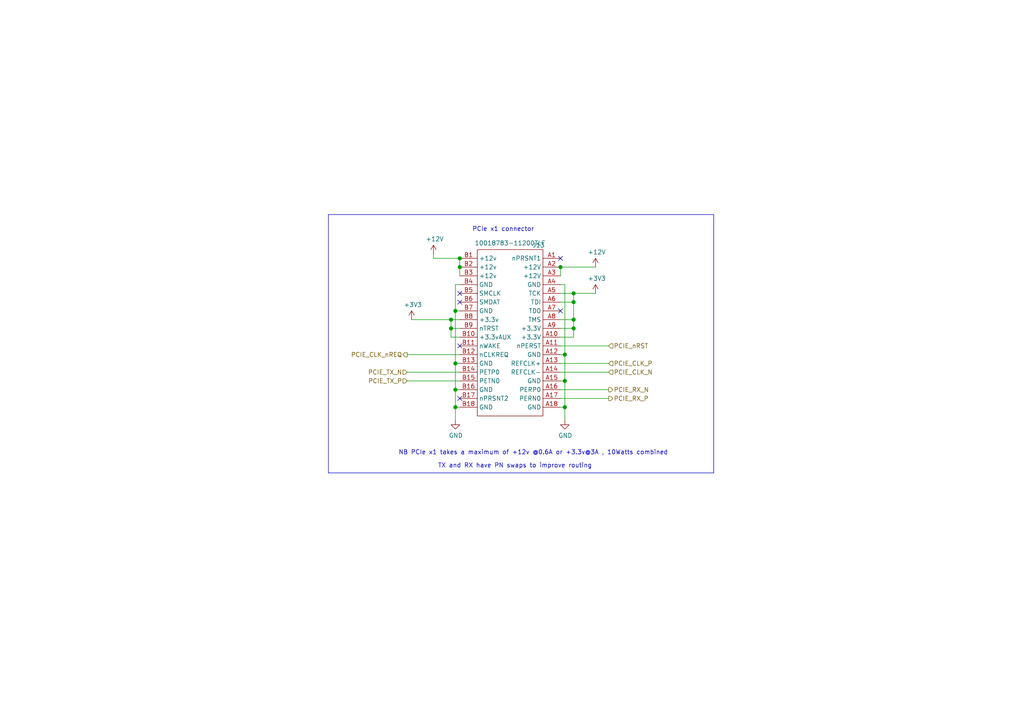
<source format=kicad_sch>
(kicad_sch (version 20210126) (generator eeschema)
  (paper "A4")
  (lib_symbols
    (symbol "CM4IO:PCIe-x1"
      (property "Reference" "J" (at -13.97 36.83 0))
      (property "Value" "PCIe-x1" (at -5.08 -13.97 0))
      (symbol "PCIe-x1_0_0"
        (pin passive line (at 10.16 33.02 180) (length 5.08) (name "nPRSNT1") (number "A1"))
        (pin power_in line (at 10.16 10.16 180) (length 5.08) (name "+3.3V") (number "A10"))
        (pin input line (at 10.16 7.62 180) (length 5.08) (name "nPERST") (number "A11"))
        (pin power_in line (at 10.16 5.08 180) (length 5.08) (name "GND") (number "A12"))
        (pin input line (at 10.16 2.54 180) (length 5.08) (name "REFCLK+") (number "A13"))
        (pin input line (at 10.16 0 180) (length 5.08) (name "REFCLK-") (number "A14"))
        (pin power_in line (at 10.16 -2.54 180) (length 5.08) (name "GND") (number "A15"))
        (pin output line (at 10.16 -5.08 180) (length 5.08) (name "PERP0") (number "A16"))
        (pin output line (at 10.16 -7.62 180) (length 5.08) (name "PERN0") (number "A17"))
        (pin power_in line (at 10.16 -10.16 180) (length 5.08) (name "GND") (number "A18"))
        (pin power_in line (at 10.16 30.48 180) (length 5.08) (name "+12V") (number "A2"))
        (pin power_in line (at 10.16 27.94 180) (length 5.08) (name "+12V") (number "A3"))
        (pin power_in line (at 10.16 25.4 180) (length 5.08) (name "GND") (number "A4"))
        (pin input line (at 10.16 22.86 180) (length 5.08) (name "TCK") (number "A5"))
        (pin input line (at 10.16 20.32 180) (length 5.08) (name "TDI") (number "A6"))
        (pin output line (at 10.16 17.78 180) (length 5.08) (name "TD0") (number "A7"))
        (pin input line (at 10.16 15.24 180) (length 5.08) (name "TMS") (number "A8"))
        (pin power_in line (at 10.16 12.7 180) (length 5.08) (name "+3.3V") (number "A9"))
        (pin power_in line (at -19.05 33.02 0) (length 5.08) (name "+12v") (number "B1"))
        (pin power_in line (at -19.05 10.16 0) (length 5.08) (name "+3.3vAUX") (number "B10"))
        (pin open_collector line (at -19.05 7.62 0) (length 5.08) (name "nWAKE") (number "B11"))
        (pin open_collector line (at -19.05 5.08 0) (length 5.08) (name "nCLKREQ") (number "B12"))
        (pin power_in line (at -19.05 2.54 0) (length 5.08) (name "GND") (number "B13"))
        (pin input line (at -19.05 0 0) (length 5.08) (name "PETP0") (number "B14"))
        (pin input line (at -19.05 -2.54 0) (length 5.08) (name "PETN0") (number "B15"))
        (pin power_in line (at -19.05 -5.08 0) (length 5.08) (name "GND") (number "B16"))
        (pin passive line (at -19.05 -7.62 0) (length 5.08) (name "nPRSNT2") (number "B17"))
        (pin power_in line (at -19.05 -10.16 0) (length 5.08) (name "GND") (number "B18"))
        (pin power_in line (at -19.05 30.48 0) (length 5.08) (name "+12v") (number "B2"))
        (pin power_in line (at -19.05 27.94 0) (length 5.08) (name "+12v") (number "B3"))
        (pin power_in line (at -19.05 25.4 0) (length 5.08) (name "GND") (number "B4"))
        (pin passive line (at -19.05 22.86 0) (length 5.08) (name "SMCLK") (number "B5"))
        (pin passive line (at -19.05 20.32 0) (length 5.08) (name "SMDAT") (number "B6"))
        (pin power_in line (at -19.05 17.78 0) (length 5.08) (name "GND") (number "B7"))
        (pin power_in line (at -19.05 15.24 0) (length 5.08) (name "+3.3v") (number "B8"))
        (pin input line (at -19.05 12.7 0) (length 5.08) (name "nTRST") (number "B9"))
      )
      (symbol "PCIe-x1_0_1"
        (rectangle (start -13.97 35.56) (end 5.08 -12.7))
      )
    )
    (symbol "power:+12V" (power) (pin_names (offset 0))
      (property "Value" "+12V" (at 0 3.556 0))
      (symbol "+12V_0_1"
        (polyline (pts (xy -0.762 1.27) (xy 0 2.54)))
        (polyline (pts (xy 0 0) (xy 0 2.54)))
        (polyline (pts (xy 0 2.54) (xy 0.762 1.27)))
      )
      (symbol "+12V_1_1"
        (pin power_in line (at 0 0 90) (length 0) hide (name "+12V") (number "1"))
      )
    )
    (symbol "power:+3V3" (power) (pin_names (offset 0))
      (property "Value" "+3V3" (at 0 3.556 0))
      (symbol "+3V3_0_1"
        (polyline (pts (xy -0.762 1.27) (xy 0 2.54)))
        (polyline (pts (xy 0 0) (xy 0 2.54)))
        (polyline (pts (xy 0 2.54) (xy 0.762 1.27)))
      )
      (symbol "+3V3_1_1"
        (pin power_in line (at 0 0 90) (length 0) hide (name "+3V3") (number "1"))
      )
    )
    (symbol "power:GND" (power) (pin_names (offset 0))
      (property "Value" "GND" (at 0 -3.81 0))
      (symbol "GND_0_1"
        (polyline (pts (xy 0 0) (xy 0 -1.27) (xy 1.27 -1.27) (xy 0 -2.54) (xy -1.27 -1.27) (xy 0 -1.27)))
      )
      (symbol "GND_1_1"
        (pin power_in line (at 0 0 270) (length 0) hide (name "GND") (number "1"))
      )
    )
  )
  (junction (at 130.81 92.71) (diameter 1.016))
  (junction (at 130.81 95.25) (diameter 1.016))
  (junction (at 132.08 90.17) (diameter 1.016))
  (junction (at 132.08 105.41) (diameter 1.016))
  (junction (at 132.08 113.03) (diameter 1.016))
  (junction (at 132.08 118.11) (diameter 1.016))
  (junction (at 133.35 74.93) (diameter 1.016))
  (junction (at 133.35 77.47) (diameter 1.016))
  (junction (at 162.56 77.47) (diameter 1.016))
  (junction (at 163.83 102.87) (diameter 1.016))
  (junction (at 163.83 110.49) (diameter 1.016))
  (junction (at 163.83 118.11) (diameter 1.016))
  (junction (at 166.37 85.09) (diameter 1.016))
  (junction (at 166.37 87.63) (diameter 1.016))
  (junction (at 166.37 92.71) (diameter 1.016))
  (junction (at 166.37 95.25) (diameter 1.016))
  (no_connect (at 133.35 85.09))
  (no_connect (at 133.35 87.63))
  (no_connect (at 133.35 100.33))
  (no_connect (at 133.35 115.57))
  (no_connect (at 162.56 74.93))
  (no_connect (at 162.56 90.17))
  (wire (pts (xy 119.38 92.71) (xy 130.81 92.71)))
  (wire (pts (xy 125.73 73.66) (xy 125.73 74.93)))
  (wire (pts (xy 125.73 74.93) (xy 133.35 74.93)))
  (wire (pts (xy 130.81 92.71) (xy 130.81 95.25)))
  (wire (pts (xy 130.81 92.71) (xy 133.35 92.71)))
  (wire (pts (xy 130.81 95.25) (xy 130.81 97.79)))
  (wire (pts (xy 130.81 95.25) (xy 133.35 95.25)))
  (wire (pts (xy 130.81 97.79) (xy 133.35 97.79)))
  (wire (pts (xy 132.08 82.55) (xy 132.08 90.17)))
  (wire (pts (xy 132.08 90.17) (xy 132.08 105.41)))
  (wire (pts (xy 132.08 105.41) (xy 132.08 113.03)))
  (wire (pts (xy 132.08 113.03) (xy 132.08 118.11)))
  (wire (pts (xy 132.08 118.11) (xy 132.08 121.92)))
  (wire (pts (xy 132.08 118.11) (xy 133.35 118.11)))
  (wire (pts (xy 133.35 77.47) (xy 133.35 74.93)))
  (wire (pts (xy 133.35 80.01) (xy 133.35 77.47)))
  (wire (pts (xy 133.35 82.55) (xy 132.08 82.55)))
  (wire (pts (xy 133.35 90.17) (xy 132.08 90.17)))
  (wire (pts (xy 133.35 102.87) (xy 118.11 102.87)))
  (wire (pts (xy 133.35 105.41) (xy 132.08 105.41)))
  (wire (pts (xy 133.35 107.95) (xy 118.11 107.95)))
  (wire (pts (xy 133.35 110.49) (xy 118.11 110.49)))
  (wire (pts (xy 133.35 113.03) (xy 132.08 113.03)))
  (wire (pts (xy 162.56 77.47) (xy 172.72 77.47)))
  (wire (pts (xy 162.56 80.01) (xy 162.56 77.47)))
  (wire (pts (xy 162.56 82.55) (xy 163.83 82.55)))
  (wire (pts (xy 162.56 85.09) (xy 166.37 85.09)))
  (wire (pts (xy 162.56 87.63) (xy 166.37 87.63)))
  (wire (pts (xy 162.56 92.71) (xy 166.37 92.71)))
  (wire (pts (xy 162.56 95.25) (xy 166.37 95.25)))
  (wire (pts (xy 162.56 97.79) (xy 166.37 97.79)))
  (wire (pts (xy 162.56 100.33) (xy 176.53 100.33)))
  (wire (pts (xy 162.56 102.87) (xy 163.83 102.87)))
  (wire (pts (xy 162.56 105.41) (xy 176.53 105.41)))
  (wire (pts (xy 162.56 107.95) (xy 176.53 107.95)))
  (wire (pts (xy 162.56 110.49) (xy 163.83 110.49)))
  (wire (pts (xy 162.56 113.03) (xy 176.53 113.03)))
  (wire (pts (xy 162.56 115.57) (xy 176.53 115.57)))
  (wire (pts (xy 163.83 82.55) (xy 163.83 102.87)))
  (wire (pts (xy 163.83 102.87) (xy 163.83 110.49)))
  (wire (pts (xy 163.83 110.49) (xy 163.83 118.11)))
  (wire (pts (xy 163.83 118.11) (xy 162.56 118.11)))
  (wire (pts (xy 163.83 118.11) (xy 163.83 121.92)))
  (wire (pts (xy 166.37 85.09) (xy 166.37 87.63)))
  (wire (pts (xy 166.37 85.09) (xy 172.72 85.09)))
  (wire (pts (xy 166.37 87.63) (xy 166.37 92.71)))
  (wire (pts (xy 166.37 92.71) (xy 166.37 95.25)))
  (wire (pts (xy 166.37 97.79) (xy 166.37 95.25)))
  (polyline (pts (xy 95.25 62.23) (xy 207.01 62.23)) (stroke (width 0) (type solid)))
  (polyline (pts (xy 95.25 137.16) (xy 95.25 62.23)) (stroke (width 0) (type solid)))
  (polyline (pts (xy 207.01 62.23) (xy 207.01 137.16)) (stroke (width 0) (type solid)))
  (polyline (pts (xy 207.01 137.16) (xy 95.25 137.16)) (stroke (width 0) (type solid)))
  (text "NB PCIe x1 takes a maximum of +12v @0.6A or +3.3v@3A , 10Watts combined" (at 115.57 132.08 0) (effects (font (size 1.27 1.27)) (justify left bottom)))
  (text "TX and RX have PN swaps to improve routing\n" (at 127 135.89 0) (effects (font (size 1.27 1.27)) (justify left bottom)))
  (text "PCIe x1 connector" (at 154.94 67.31 180) (effects (font (size 1.27 1.27)) (justify right bottom)))
  (hierarchical_label "PCIE_CLK_nREQ" (shape output) (at 118.11 102.87 180))
  (hierarchical_label "PCIE_TX_N" (shape input) (at 118.11 107.95 180))
  (hierarchical_label "PCIE_TX_P" (shape input) (at 118.11 110.49 180))
  (hierarchical_label "PCIE_nRST" (shape input) (at 176.53 100.33 0))
  (hierarchical_label "PCIE_CLK_P" (shape input) (at 176.53 105.41 0))
  (hierarchical_label "PCIE_CLK_N" (shape input) (at 176.53 107.95 0))
  (hierarchical_label "PCIE_RX_N" (shape output) (at 176.53 113.03 0))
  (hierarchical_label "PCIE_RX_P" (shape output) (at 176.53 115.57 0))
  (symbol (lib_id "power:+3V3") (at 119.38 92.71 0) (unit 1)
    (property "Reference" "#PWR057" (effects hide))
    (property "Value" "+3V3" (at 119.7483 88.3856 0))
  )
  (symbol (lib_id "power:+12V") (at 125.73 73.66 0) (unit 1)
    (property "Reference" "#PWR042" (effects hide))
    (property "Value" "+12V" (at 126.0983 69.3356 0))
  )
  (symbol (lib_id "power:+12V") (at 172.72 77.47 0) (unit 1)
    (property "Reference" "#PWR045" (effects hide))
    (property "Value" "+12V" (at 173.0883 73.1456 0))
  )
  (symbol (lib_id "power:+3V3") (at 172.72 85.09 0) (unit 1)
    (property "Reference" "#PWR058" (effects hide))
    (property "Value" "+3V3" (at 173.0883 80.7656 0))
  )
  (symbol (lib_id "power:GND") (at 132.08 121.92 0) (unit 1)
    (property "Reference" "#PWR043" (effects hide))
    (property "Value" "GND" (at 132.207 126.3142 0))
  )
  (symbol (lib_id "power:GND") (at 163.83 121.92 0) (unit 1)
    (property "Reference" "#PWR044" (effects hide))
    (property "Value" "GND" (at 163.957 126.3142 0))
  )
  (symbol (lib_id "CM4IO:PCIe-x1") (at 152.4 107.95 0) (unit 1)
    (property "Reference" "J13" (at 156.21 71.12 0))
    (property "Value" "10018783-11200TLF" (at 147.955 70.5104 0))
    (property "Footprint" "CM4IO:PCIex1-36" (effects hide))
    (property "Datasheet" "https://www.mouser.co.uk/datasheet/2/18/10018783-1525093.pdf" (effects hide))
    (property "Field4" "Mouser" (effects hide))
    (property "Field5" "649-10018783-1200TLF" (effects hide))
    (property "Part Description" "PCI Express/PCI Connectors PCIE THROUGH HOLE 36P" (effects hide))
    (property "Field6" "10018783-11200TLF" (effects hide))
    (property "Field7" "Amphenol FCI" (effects hide))
  )
)
</source>
